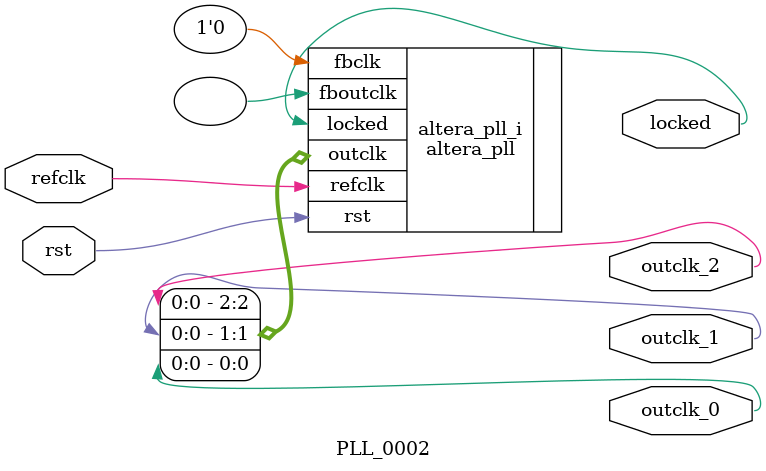
<source format=v>
`timescale 1ns/10ps
module  PLL_0002(

	// interface 'refclk'
	input wire refclk,

	// interface 'reset'
	input wire rst,

	// interface 'outclk0'
	output wire outclk_0,

	// interface 'outclk1'
	output wire outclk_1,

	// interface 'outclk2'
	output wire outclk_2,

	// interface 'locked'
	output wire locked
);

	altera_pll #(
		.fractional_vco_multiplier("false"),
		.reference_clock_frequency("50.0 MHz"),
		.operation_mode("direct"),
		.number_of_clocks(3),
		.output_clock_frequency0("50.000000 MHz"),
		.phase_shift0("0 ps"),
		.duty_cycle0(50),
		.output_clock_frequency1("100.000000 MHz"),
		.phase_shift1("0 ps"),
		.duty_cycle1(50),
		.output_clock_frequency2("214.285714 MHz"),
		.phase_shift2("0 ps"),
		.duty_cycle2(50),
		.output_clock_frequency3("0 MHz"),
		.phase_shift3("0 ps"),
		.duty_cycle3(50),
		.output_clock_frequency4("0 MHz"),
		.phase_shift4("0 ps"),
		.duty_cycle4(50),
		.output_clock_frequency5("0 MHz"),
		.phase_shift5("0 ps"),
		.duty_cycle5(50),
		.output_clock_frequency6("0 MHz"),
		.phase_shift6("0 ps"),
		.duty_cycle6(50),
		.output_clock_frequency7("0 MHz"),
		.phase_shift7("0 ps"),
		.duty_cycle7(50),
		.output_clock_frequency8("0 MHz"),
		.phase_shift8("0 ps"),
		.duty_cycle8(50),
		.output_clock_frequency9("0 MHz"),
		.phase_shift9("0 ps"),
		.duty_cycle9(50),
		.output_clock_frequency10("0 MHz"),
		.phase_shift10("0 ps"),
		.duty_cycle10(50),
		.output_clock_frequency11("0 MHz"),
		.phase_shift11("0 ps"),
		.duty_cycle11(50),
		.output_clock_frequency12("0 MHz"),
		.phase_shift12("0 ps"),
		.duty_cycle12(50),
		.output_clock_frequency13("0 MHz"),
		.phase_shift13("0 ps"),
		.duty_cycle13(50),
		.output_clock_frequency14("0 MHz"),
		.phase_shift14("0 ps"),
		.duty_cycle14(50),
		.output_clock_frequency15("0 MHz"),
		.phase_shift15("0 ps"),
		.duty_cycle15(50),
		.output_clock_frequency16("0 MHz"),
		.phase_shift16("0 ps"),
		.duty_cycle16(50),
		.output_clock_frequency17("0 MHz"),
		.phase_shift17("0 ps"),
		.duty_cycle17(50),
		.pll_type("General"),
		.pll_subtype("General")
	) altera_pll_i (
		.rst	(rst),
		.outclk	({outclk_2, outclk_1, outclk_0}),
		.locked	(locked),
		.fboutclk	( ),
		.fbclk	(1'b0),
		.refclk	(refclk)
	);
endmodule


</source>
